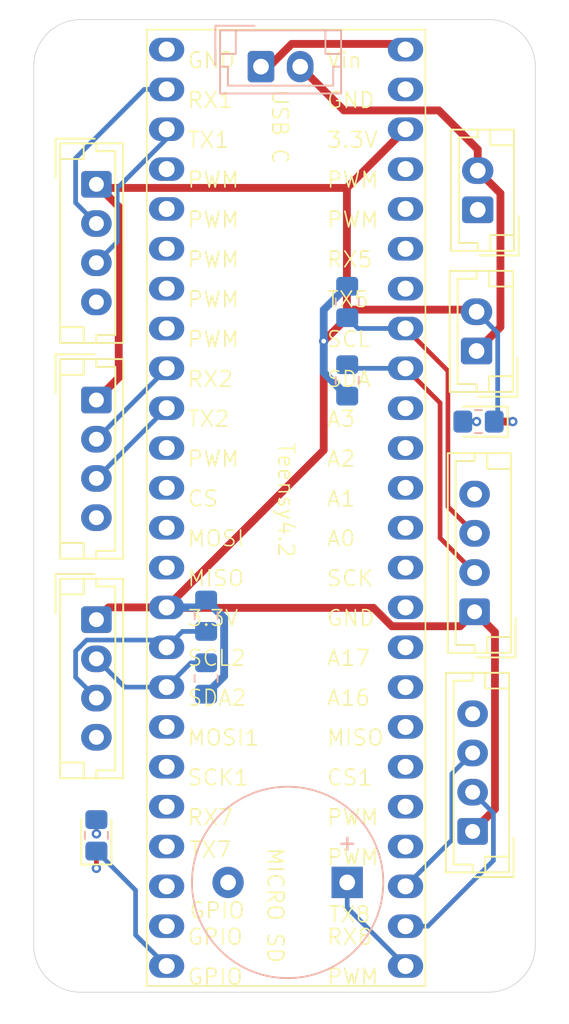
<source format=kicad_pcb>
(kicad_pcb (version 20240108) (generator "pcbnew") (generator_version "8.0")
  (layers (0 "F.Cu" signal) (1 "In1.Cu" signal) (2 "In2.Cu" signal) (31 "B.Cu" signal) (34 "B.Paste" user) (35 "F.Paste" user) (36 "B.SilkS" user "B.Silkscreen") (37 "F.SilkS" user "F.Silkscreen") (38 "B.Mask" user) (39 "F.Mask" user) (44 "Edge.Cuts" user))
  (net 0 "")
  (net 1 "/SCL0")
  (net 2 "GND")
  (net 3 "/SDA0")
  (net 4 "+3.3V")
  (net 5 "/SDA2")
  (net 6 "/SCL2")
  (net 7 "/TX1")
  (net 8 "/RX1")
  (net 9 "/TX2")
  (net 10 "/RX2")
  (net 11 "Net-(J3-Pin_2)")
  (net 12 "/RX7")
  (net 13 "/TX7")
  (net 14 "/TX8")
  (net 15 "/RX8")
  (net 16 "/MOSI1")
  (net 17 "/MISO1")
  (net 18 "/SCK1")
  (net 19 "/CS1")
  (net 20 "/MOSI0")
  (net 21 "Net-(D1-A)")
  (net 22 "/MISO0")
  (net 23 "+5V")
  (net 24 "Net-(D2-A)")
  (net 25 "Net-(BZ1-+)")
  (net 26 "/CS0")
  (net 42 "Net-(R6-Pad2)")
  (net 46 "/RX5")
  (net 47 "/TX5")
  (footprint "Connector_JST:JST_EH_B4B-EH-A_1x04_P2.50mm_Vertical" (layer "F.Cu") (at 177 91.75 90)
    (property "Reference" "J8" (hide yes))
    (property "Value" "UART2")
    (fp_line (start 10.11 -1.71) (end -2.61 -1.71) (stroke (width 0.12)) (layer "F.SilkS"))
    (fp_line (start -2.61 -1.71) (end -2.61 2.31) (stroke (width 0.12)) (layer "F.SilkS"))
    (fp_line (start 9.61 -1.21) (end 9.61 0) (stroke (width 0.12)) (layer "F.SilkS"))
    (fp_line (start -2.11 -1.21) (end 9.61 -1.21) (stroke (width 0.12)) (layer "F.SilkS"))
    (fp_line (start 9.61 0) (end 10.110001 0) (stroke (width 0.12)) (layer "F.SilkS"))
    (fp_line (start -2.11 0) (end -2.11 -1.21) (stroke (width 0.12)) (layer "F.SilkS"))
    (fp_line (start -2.61 0) (end -2.11 0) (stroke (width 0.12)) (layer "F.SilkS"))
    (fp_line (start -2.91 0.11) (end -2.91 2.61) (stroke (width 0.12)) (layer "F.SilkS"))
    (fp_line (start 10.11 0.81) (end 9.11 0.81) (stroke (width 0.12)) (layer "F.SilkS"))
    (fp_line (start 9.11 0.81) (end 9.11 2.31) (stroke (width 0.12)) (layer "F.SilkS"))
    (fp_line (start -1.609999 0.81) (end -1.61 2.31) (stroke (width 0.12)) (layer "F.SilkS"))
    (fp_line (start -2.61 0.81) (end -1.609999 0.81) (stroke (width 0.12)) (layer "F.SilkS"))
    (fp_line (start 10.11 2.31) (end 10.11 -1.71) (stroke (width 0.12)) (layer "F.SilkS"))
    (fp_line (start -2.61 2.31) (end 10.11 2.31) (stroke (width 0.12)) (layer "F.SilkS"))
    (fp_line (start -2.91 2.61) (end -0.41 2.61) (stroke (width 0.12)) (layer "F.SilkS"))
    (pad "1" thru_hole roundrect (at 0 0 90) (size 1.7 1.95) (drill 0.95) (layers "*.Cu" "*.Mask") (roundrect_rratio 0.147059) (net 4 "+3.3V"))
    (pad "2" thru_hole oval (at 2.5 0 90) (size 1.7 1.95) (drill 0.95) (layers "*.Cu" "*.Mask") (net 15 "/RX8"))
    (pad "3" thru_hole oval (at 5 0 90) (size 1.7 1.95) (drill 0.95) (layers "*.Cu" "*.Mask") (net 14 "/TX8"))
    (pad "4" thru_hole oval (at 7.5 0 90) (size 1.7 1.95) (drill 0.95) (layers "*.Cu" "*.Mask") (net 2 "GND"))
  )
  (footprint "Connector_JST:JST_EH_B4B-EH-A_1x04_P2.50mm_Vertical" (layer "F.Cu") (at 177.125 77.75 90)
    (property "Reference" "J1" (hide yes))
    (property "Value" "I2C0")
    (fp_line (start 10.11 -1.71) (end -2.61 -1.71) (stroke (width 0.12)) (layer "F.SilkS"))
    (fp_line (start -2.61 -1.71) (end -2.61 2.31) (stroke (width 0.12)) (layer "F.SilkS"))
    (fp_line (start 9.61 -1.21) (end 9.61 0) (stroke (width 0.12)) (layer "F.SilkS"))
    (fp_line (start -2.11 -1.21) (end 9.61 -1.21) (stroke (width 0.12)) (layer "F.SilkS"))
    (fp_line (start 9.61 0) (end 10.110001 0) (stroke (width 0.12)) (layer "F.SilkS"))
    (fp_line (start -2.11 0) (end -2.11 -1.21) (stroke (width 0.12)) (layer "F.SilkS"))
    (fp_line (start -2.61 0) (end -2.11 0) (stroke (width 0.12)) (layer "F.SilkS"))
    (fp_line (start -2.91 0.11) (end -2.91 2.61) (stroke (width 0.12)) (layer "F.SilkS"))
    (fp_line (start 10.11 0.81) (end 9.11 0.81) (stroke (width 0.12)) (layer "F.SilkS"))
    (fp_line (start 9.11 0.81) (end 9.11 2.31) (stroke (width 0.12)) (layer "F.SilkS"))
    (fp_line (start -1.609999 0.81) (end -1.61 2.31) (stroke (width 0.12)) (layer "F.SilkS"))
    (fp_line (start -2.61 0.81) (end -1.609999 0.81) (stroke (width 0.12)) (layer "F.SilkS"))
    (fp_line (start 10.11 2.31) (end 10.11 -1.71) (stroke (width 0.12)) (layer "F.SilkS"))
    (fp_line (start -2.61 2.31) (end 10.11 2.31) (stroke (width 0.12)) (layer "F.SilkS"))
    (fp_line (start -2.91 2.61) (end -0.41 2.61) (stroke (width 0.12)) (layer "F.SilkS"))
    (pad "1" thru_hole roundrect (at 0 0 90) (size 1.7 1.95) (drill 0.95) (layers "*.Cu" "*.Mask") (roundrect_rratio 0.147059) (net 4 "+3.3V"))
    (pad "2" thru_hole oval (at 2.5 0 90) (size 1.7 1.95) (drill 0.95) (layers "*.Cu" "*.Mask") (net 3 "/SDA0"))
    (pad "3" thru_hole oval (at 5 0 90) (size 1.7 1.95) (drill 0.95) (layers "*.Cu" "*.Mask") (net 1 "/SCL0"))
    (pad "4" thru_hole oval (at 7.5 0 90) (size 1.7 1.95) (drill 0.95) (layers "*.Cu" "*.Mask") (net 2 "GND"))
  )
  (footprint "Connector_JST:JST_EH_B2B-EH-A_1x02_P2.50mm_Vertical" (layer "F.Cu") (at 177.325 52.125 90)
    (property "Reference" "J4" (hide yes))
    (property "Value" "Switch")
    (fp_line (start 5.11 -1.71) (end -2.61 -1.71) (stroke (width 0.12)) (layer "F.SilkS"))
    (fp_line (start -2.61 -1.71) (end -2.61 2.31) (stroke (width 0.12)) (layer "F.SilkS"))
    (fp_line (start 4.61 -1.21) (end 4.61 0) (stroke (width 0.12)) (layer "F.SilkS"))
    (fp_line (start -2.11 -1.21) (end 4.61 -1.21) (stroke (width 0.12)) (layer "F.SilkS"))
    (fp_line (start 4.61 0) (end 5.11 0) (stroke (width 0.12)) (layer "F.SilkS"))
    (fp_line (start -2.11 0) (end -2.11 -1.21) (stroke (width 0.12)) (layer "F.SilkS"))
    (fp_line (start -2.61 0) (end -2.11 0) (stroke (width 0.12)) (layer "F.SilkS"))
    (fp_line (start -2.91 0.11) (end -2.91 2.61) (stroke (width 0.12)) (layer "F.SilkS"))
    (fp_line (start 5.11 0.81) (end 4.109999 0.81) (stroke (width 0.12)) (layer "F.SilkS"))
    (fp_line (start 4.109999 0.81) (end 4.11 2.31) (stroke (width 0.12)) (layer "F.SilkS"))
    (fp_line (start -1.609999 0.81) (end -1.61 2.31) (stroke (width 0.12)) (layer "F.SilkS"))
    (fp_line (start -2.61 0.81) (end -1.609999 0.81) (stroke (width 0.12)) (layer "F.SilkS"))
    (fp_line (start 5.11 2.31) (end 5.11 -1.71) (stroke (width 0.12)) (layer "F.SilkS"))
    (fp_line (start -2.61 2.31) (end 5.11 2.31) (stroke (width 0.12)) (layer "F.SilkS"))
    (fp_line (start -2.91 2.61) (end -0.41 2.61) (stroke (width 0.12)) (layer "F.SilkS"))
    (pad "1" thru_hole roundrect (at 0 0 90) (size 1.7 2) (drill 1) (layers "*.Cu" "*.Mask") (roundrect_rratio 0.147059) (net 2 "GND"))
    (pad "2" thru_hole oval (at 2.5 0 90) (size 1.7 2) (drill 1) (layers "*.Cu" "*.Mask") (net 11 "Net-(J3-Pin_2)"))
  )
  (footprint "MountingHole:MountingHole_3.2mm_M3" (layer "F.Cu") (at 178 43)
    (property "Reference" "H3" (hide yes))
    (property "Value" "MountingHole")
    (pad "" np_thru_hole circle (at 0 0) (size 3.2 3.2) (drill 3.2) (layers "*.Cu" "*.Mask"))
  )
  (footprint "Connector_JST:JST_EH_B2B-EH-A_1x02_P2.50mm_Vertical" (layer "F.Cu") (at 177.25 61.125 90)
    (property "Reference" "J5" (hide yes))
    (property "Value" "3v")
    (fp_line (start 5.11 -1.71) (end -2.61 -1.71) (stroke (width 0.12)) (layer "F.SilkS"))
    (fp_line (start -2.61 -1.71) (end -2.61 2.31) (stroke (width 0.12)) (layer "F.SilkS"))
    (fp_line (start 4.61 -1.21) (end 4.61 0) (stroke (width 0.12)) (layer "F.SilkS"))
    (fp_line (start -2.11 -1.21) (end 4.61 -1.21) (stroke (width 0.12)) (layer "F.SilkS"))
    (fp_line (start 4.61 0) (end 5.11 0) (stroke (width 0.12)) (layer "F.SilkS"))
    (fp_line (start -2.11 0) (end -2.11 -1.21) (stroke (width 0.12)) (layer "F.SilkS"))
    (fp_line (start -2.61 0) (end -2.11 0) (stroke (width 0.12)) (layer "F.SilkS"))
    (fp_line (start -2.91 0.11) (end -2.91 2.61) (stroke (width 0.12)) (layer "F.SilkS"))
    (fp_line (start 5.11 0.81) (end 4.109999 0.81) (stroke (width 0.12)) (layer "F.SilkS"))
    (fp_line (start 4.109999 0.81) (end 4.11 2.31) (stroke (width 0.12)) (layer "F.SilkS"))
    (fp_line (start -1.609999 0.81) (end -1.61 2.31) (stroke (width 0.12)) (layer "F.SilkS"))
    (fp_line (start -2.61 0.81) (end -1.609999 0.81) (stroke (width 0.12)) (layer "F.SilkS"))
    (fp_line (start 5.11 2.31) (end 5.11 -1.71) (stroke (width 0.12)) (layer "F.SilkS"))
    (fp_line (start -2.61 2.31) (end 5.11 2.31) (stroke (width 0.12)) (layer "F.SilkS"))
    (fp_line (start -2.91 2.61) (end -0.41 2.61) (stroke (width 0.12)) (layer "F.SilkS"))
    (pad "1" thru_hole roundrect (at 0 0 90) (size 1.7 2) (drill 1) (layers "*.Cu" "*.Mask") (roundrect_rratio 0.147059) (net 11 "Net-(J3-Pin_2)"))
    (pad "2" thru_hole oval (at 2.5 0 90) (size 1.7 2) (drill 1) (layers "*.Cu" "*.Mask") (net 4 "+3.3V"))
  )
  (footprint "Connector_JST:JST_EH_B4B-EH-A_1x04_P2.50mm_Vertical" (layer "F.Cu") (at 153 50.5 -90)
    (property "Reference" "J6" (hide yes))
    (property "Value" "UART1")
    (fp_line (start -2.91 2.61) (end -0.41 2.61) (stroke (width 0.12)) (layer "F.SilkS"))
    (fp_line (start -2.61 2.31) (end 10.11 2.31) (stroke (width 0.12)) (layer "F.SilkS"))
    (fp_line (start 10.11 2.31) (end 10.11 -1.71) (stroke (width 0.12)) (layer "F.SilkS"))
    (fp_line (start -2.61 0.81) (end -1.609999 0.81) (stroke (width 0.12)) (layer "F.SilkS"))
    (fp_line (start -1.609999 0.81) (end -1.61 2.31) (stroke (width 0.12)) (layer "F.SilkS"))
    (fp_line (start 9.11 0.81) (end 9.11 2.31) (stroke (width 0.12)) (layer "F.SilkS"))
    (fp_line (start 10.11 0.81) (end 9.11 0.81) (stroke (width 0.12)) (layer "F.SilkS"))
    (fp_line (start -2.91 0.11) (end -2.91 2.61) (stroke (width 0.12)) (layer "F.SilkS"))
    (fp_line (start -2.61 0) (end -2.11 0) (stroke (width 0.12)) (layer "F.SilkS"))
    (fp_line (start -2.11 0) (end -2.11 -1.21) (stroke (width 0.12)) (layer "F.SilkS"))
    (fp_line (start 9.61 0) (end 10.110001 0) (stroke (width 0.12)) (layer "F.SilkS"))
    (fp_line (start -2.11 -1.21) (end 9.61 -1.21) (stroke (width 0.12)) (layer "F.SilkS"))
    (fp_line (start 9.61 -1.21) (end 9.61 0) (stroke (width 0.12)) (layer "F.SilkS"))
    (fp_line (start -2.61 -1.71) (end -2.61 2.31) (stroke (width 0.12)) (layer "F.SilkS"))
    (fp_line (start 10.11 -1.71) (end -2.61 -1.71) (stroke (width 0.12)) (layer "F.SilkS"))
    (pad "1" thru_hole roundrect (at 0 0 270) (size 1.7 1.95) (drill 0.95) (layers "*.Cu" "*.Mask") (roundrect_rratio 0.147059) (net 4 "+3.3V"))
    (pad "2" thru_hole oval (at 2.5 0 270) (size 1.7 1.95) (drill 0.95) (layers "*.Cu" "*.Mask") (net 8 "/RX1"))
    (pad "3" thru_hole oval (at 5 0 270) (size 1.7 1.95) (drill 0.95) (layers "*.Cu" "*.Mask") (net 7 "/TX1"))
    (pad "4" thru_hole oval (at 7.5 0 270) (size 1.7 1.95) (drill 0.95) (layers "*.Cu" "*.Mask") (net 2 "GND"))
  )
  (footprint "Connector_JST:JST_EH_B4B-EH-A_1x04_P2.50mm_Vertical" (layer "F.Cu") (at 153 78.25 -90)
    (property "Reference" "J2" (hide yes))
    (property "Value" "I2C2")
    (fp_line (start -2.91 2.61) (end -0.41 2.61) (stroke (width 0.12)) (layer "F.SilkS"))
    (fp_line (start -2.61 2.31) (end 10.11 2.31) (stroke (width 0.12)) (layer "F.SilkS"))
    (fp_line (start 10.11 2.31) (end 10.11 -1.71) (stroke (width 0.12)) (layer "F.SilkS"))
    (fp_line (start -2.61 0.81) (end -1.609999 0.81) (stroke (width 0.12)) (layer "F.SilkS"))
    (fp_line (start -1.609999 0.81) (end -1.61 2.31) (stroke (width 0.12)) (layer "F.SilkS"))
    (fp_line (start 9.11 0.81) (end 9.11 2.31) (stroke (width 0.12)) (layer "F.SilkS"))
    (fp_line (start 10.11 0.81) (end 9.11 0.81) (stroke (width 0.12)) (layer "F.SilkS"))
    (fp_line (start -2.91 0.11) (end -2.91 2.61) (stroke (width 0.12)) (layer "F.SilkS"))
    (fp_line (start -2.61 0) (end -2.11 0) (stroke (width 0.12)) (layer "F.SilkS"))
    (fp_line (start -2.11 0) (end -2.11 -1.21) (stroke (width 0.12)) (layer "F.SilkS"))
    (fp_line (start 9.61 0) (end 10.110001 0) (stroke (width 0.12)) (layer "F.SilkS"))
    (fp_line (start -2.11 -1.21) (end 9.61 -1.21) (stroke (width 0.12)) (layer "F.SilkS"))
    (fp_line (start 9.61 -1.21) (end 9.61 0) (stroke (width 0.12)) (layer "F.SilkS"))
    (fp_line (start -2.61 -1.71) (end -2.61 2.31) (stroke (width 0.12)) (layer "F.SilkS"))
    (fp_line (start 10.11 -1.71) (end -2.61 -1.71) (stroke (width 0.12)) (layer "F.SilkS"))
    (pad "1" thru_hole roundrect (at 0 0 270) (size 1.7 1.95) (drill 0.95) (layers "*.Cu" "*.Mask") (roundrect_rratio 0.147059) (net 4 "+3.3V"))
    (pad "2" thru_hole oval (at 2.5 0 270) (size 1.7 1.95) (drill 0.95) (layers "*.Cu" "*.Mask") (net 5 "/SDA2"))
    (pad "3" thru_hole oval (at 5 0 270) (size 1.7 1.95) (drill 0.95) (layers "*.Cu" "*.Mask") (net 6 "/SCL2"))
    (pad "4" thru_hole oval (at 7.5 0 270) (size 1.7 1.95) (drill 0.95) (layers "*.Cu" "*.Mask") (net 2 "GND"))
  )
  (footprint "MountingHole:MountingHole_3.2mm_M3" (layer "F.Cu") (at 152 43)
    (property "Reference" "H4" (hide yes))
    (property "Value" "MountingHole")
    (pad "" np_thru_hole circle (at 0 0) (size 3.2 3.2) (drill 3.2) (layers "*.Cu" "*.Mask"))
  )
  (footprint "Connector_JST:JST_EH_B4B-EH-A_1x04_P2.50mm_Vertical" (layer "F.Cu") (at 153 64.25 -90)
    (property "Reference" "J7" (hide yes))
    (property "Value" "UART2")
    (fp_line (start -2.91 2.61) (end -0.41 2.61) (stroke (width 0.12)) (layer "F.SilkS"))
    (fp_line (start -2.61 2.31) (end 10.11 2.31) (stroke (width 0.12)) (layer "F.SilkS"))
    (fp_line (start 10.11 2.31) (end 10.11 -1.71) (stroke (width 0.12)) (layer "F.SilkS"))
    (fp_line (start -2.61 0.81) (end -1.609999 0.81) (stroke (width 0.12)) (layer "F.SilkS"))
    (fp_line (start -1.609999 0.81) (end -1.61 2.31) (stroke (width 0.12)) (layer "F.SilkS"))
    (fp_line (start 9.11 0.81) (end 9.11 2.31) (stroke (width 0.12)) (layer "F.SilkS"))
    (fp_line (start 10.11 0.81) (end 9.11 0.81) (stroke (width 0.12)) (layer "F.SilkS"))
    (fp_line (start -2.91 0.11) (end -2.91 2.61) (stroke (width 0.12)) (layer "F.SilkS"))
    (fp_line (start -2.61 0) (end -2.11 0) (stroke (width 0.12)) (layer "F.SilkS"))
    (fp_line (start -2.11 0) (end -2.11 -1.21) (stroke (width 0.12)) (layer "F.SilkS"))
    (fp_line (start 9.61 0) (end 10.110001 0) (stroke (width 0.12)) (layer "F.SilkS"))
    (fp_line (start -2.11 -1.21) (end 9.61 -1.21) (stroke (width 0.12)) (layer "F.SilkS"))
    (fp_line (start 9.61 -1.21) (end 9.61 0) (stroke (width 0.12)) (layer "F.SilkS"))
    (fp_line (start -2.61 -1.71) (end -2.61 2.31) (stroke (width 0.12)) (layer "F.SilkS"))
    (fp_line (start 10.11 -1.71) (end -2.61 -1.71) (stroke (width 0.12)) (layer "F.SilkS"))
    (pad "1" thru_hole roundrect (at 0 0 270) (size 1.7 1.95) (drill 0.95) (layers "*.Cu" "*.Mask") (roundrect_rratio 0.147059) (net 4 "+3.3V"))
    (pad "2" thru_hole oval (at 2.5 0 270) (size 1.7 1.95) (drill 0.95) (layers "*.Cu" "*.Mask") (net 10 "/RX2"))
    (pad "3" thru_hole oval (at 5 0 270) (size 1.7 1.95) (drill 0.95) (layers "*.Cu" "*.Mask") (net 9 "/TX2"))
    (pad "4" thru_hole oval (at 7.5 0 270) (size 1.7 1.95) (drill 0.95) (layers "*.Cu" "*.Mask") (net 2 "GND"))
  )
  (footprint "MountingHole:MountingHole_3.2mm_M3" (layer "F.Cu") (at 152 99)
    (property "Reference" "H1" (hide yes))
    (property "Value" "MountingHole")
    (pad "" np_thru_hole circle (at 0 0) (size 3.2 3.2) (drill 3.2) (layers "*.Cu" "*.Mask"))
  )
  (footprint "LED_SMD:LED_0805_2012Metric_Pad1.15x1.40mm_HandSolder" (layer "F.Cu") (at 153 92 90)
    (property "Reference" "D2" (hide yes))
    (property "Value" "LED")
    (fp_line (start 1 -0.96) (end -1.86 -0.96) (stroke (width 0.12)) (layer "F.SilkS"))
    (fp_line (start -1.86 -0.96) (end -1.86 0.96) (stroke (width 0.12)) (layer "F.SilkS"))
    (fp_line (start -1.86 0.96) (end 1 0.96) (stroke (width 0.12)) (layer "F.SilkS"))
    (pad "1" smd roundrect (at -1.024999 0 90) (size 1.15 1.4) (layers "F.Cu" "F.Paste" "F.Mask") (roundrect_rratio 0.217391) (net 2 "GND"))
    (pad "2" smd roundrect (at 1.024999 0 90) (size 1.15 1.4) (layers "F.Cu" "F.Paste" "F.Mask") (roundrect_rratio 0.217391) (net 24 "Net-(D2-A)"))
  )
  (footprint "LED_SMD:LED_0805_2012Metric_Pad1.15x1.40mm_HandSolder" (layer "F.Cu") (at 177.375 65.625 180)
    (property "Reference" "D1" (hide yes))
    (property "Value" "LED")
    (fp_line (start 1 -0.96) (end -1.86 -0.96) (stroke (width 0.12)) (layer "F.SilkS"))
    (fp_line (start -1.86 0.96) (end 1 0.96) (stroke (width 0.12)) (layer "F.SilkS"))
    (fp_line (start -1.86 -0.96) (end -1.86 0.96) (stroke (width 0.12)) (layer "F.SilkS"))
    (pad "1" smd roundrect (at -1.024999 0 180) (size 1.15 1.4) (layers "F.Cu" "F.Paste" "F.Mask") (roundrect_rratio 0.217391) (net 2 "GND"))
    (pad "2" smd roundrect (at 1.024999 0 180) (size 1.15 1.4) (layers "F.Cu" "F.Paste" "F.Mask") (roundrect_rratio 0.217391) (net 21 "Net-(D1-A)"))
  )
  (footprint "Breakout Boards:Teensy_4.1" (layer "F.Cu") (at 165.1 71.12)
    (property "Reference" "Teensy4.2" (at 0 -0.5 -90) (layer "F.SilkS") (effects (font (thickness 0.1))))
    (property "Value" "~")
    (fp_line (start -8.89 -1.27) (end -8.89 -30.48) (stroke (width 0.1)) (layer "F.SilkS"))
    (fp_line (start -8.89 -1.27) (end -8.89 0) (stroke (width 0.1)) (layer "F.SilkS"))
    (fp_line (start -8.89 0) (end -8.89 30.48) (stroke (width 0.1)) (layer "F.SilkS"))
    (fp_line (start -8.89 30.48) (end 8.89 30.48) (stroke (width 0.1)) (layer "F.SilkS"))
    (fp_line (start 8.89 -30.48) (end -8.89 -30.48) (stroke (width 0.1)) (layer "F.SilkS"))
    (fp_line (start 8.89 -30.48) (end 8.89 -2.54) (stroke (width 0.1)) (layer "F.SilkS"))
    (fp_line (start 8.89 30.48) (end 8.89 -2.54) (stroke (width 0.1)) (layer "F.SilkS"))
    (fp_text user "SCK1" (at -6.35 17.78 0) (layer "F.SilkS") (effects (font (thickness 0.1)) (justify left bottom)))
    (fp_text user "SDA" (at 2.54 -7.62 0) (layer "F.SilkS") (effects (font (thickness 0.1)) (justify left bottom)))
    (fp_text user "A1" (at 2.54 0 0) (layer "F.SilkS") (effects (font (thickness 0.1)) (justify left bottom)))
    (fp_text user "PWM" (at -6.35 -17.78 0) (layer "F.SilkS") (effects (font (thickness 0.1)) (justify left bottom)))
    (fp_text user "PWM" (at -6.35 -20.32 0) (layer "F.SilkS") (effects (font (thickness 0.1)) (justify left bottom)))
    (fp_text user "RX2" (at -6.35 -7.62 0) (layer "F.SilkS") (effects (font (thickness 0.1)) (justify left bottom)))
    (fp_text user "3.3V" (at 2.54 -22.86 0) (layer "F.SilkS") (effects (font (thickness 0.1)) (justify left bottom)))
    (fp_text user "TX8" (at 2.65 26.505 0) (layer "F.SilkS") (effects (font (thickness 0.1)) (justify left bottom)))
    (fp_text user "PWM" (at 2.54 30.48 0) (layer "F.SilkS") (effects (font (thickness 0.1)) (justify left bottom)))
    (fp_text user "TX1" (at -6.35 -22.86 0) (layer "F.SilkS") (effects (font (thickness 0.1)) (justify left bottom)))
    (fp_text user "MISO" (at 2.54 15.24 0) (layer "F.SilkS") (effects (font (thickness 0.1)) (justify left bottom)))
    (fp_text user "MISO" (at -6.35 5.08 0) (layer "F.SilkS") (effects (font (thickness 0.1)) (justify left bottom)))
    (fp_text user "RX5" (at 2.54 -15.24 0) (layer "F.SilkS") (effects (font (thickness 0.1)) (justify left bottom)))
    (fp_text user "CS" (at -6.35 0 0) (layer "F.SilkS") (effects (font (thickness 0.1)) (justify left bottom)))
    (fp_text user "3.3V" (at -6.35 7.62 0) (layer "F.SilkS") (effects (font (thickness 0.1)) (justify left bottom)))
    (fp_text user "GND" (at -6.35 -27.94 0) (layer "F.SilkS") (effects (font (thickness 0.1)) (justify left bottom)))
    (fp_text user "PWM" (at 2.54 22.86 0) (layer "F.SilkS") (effects (font (thickness 0.1)) (justify left bottom)))
    (fp_text user "GPIO" (at -6.35 27.94 0) (layer "F.SilkS") (effects (font (thickness 0.1)) (justify left bottom)))
    (fp_text user "SDA2" (at -6.35 12.7 0) (layer "F.SilkS") (effects (font (thickness 0.1)) (justify left bottom)))
    (fp_text user "TX7" (at -6.225 22.38 0) (layer "F.SilkS") (effects (font (thickness 0.1)) (justify left bottom)))
    (fp_text user "MOSI" (at -6.35 2.54 0) (layer "F.SilkS") (effects (font (thickness 0.1)) (justify left bottom)))
    (fp_text user "GPIO" (at -6.225 26.255 0) (layer "F.SilkS") (effects (font (thickness 0.1)) (justify left bottom)))
    (fp_text user "TX5" (at 2.54 -12.7 0) (layer "F.SilkS") (effects (font (thickness 0.1)) (justify left bottom)))
    (fp_text user "GPIO" (at -6.35 30.48 0) (layer "F.SilkS") (effects (font (thickness 0.1)) (justify left bottom)))
    (fp_text user "SCL2" (at -6.35 10.16 0) (layer "F.SilkS") (effects (font (thickness 0.1)) (justify left bottom)))
    (fp_text user "PWM" (at -6.35 -10.16 0) (layer "F.SilkS") (effects (font (thickness 0.1)) (justify left bottom)))
    (fp_text user "PWM" (at 2.54 -20.32 0) (layer "F.SilkS") (effects (font (thickness 0.1)) (justify left bottom)))
    (fp_text user "PWM" (at -6.35 -15.24 0) (layer "F.SilkS") (effects (font (thickness 0.1)) (justify left bottom)))
    (fp_text user "RX8" (at 2.54 27.94 0) (layer "F.SilkS") (effects (font (thickness 0.1)) (justify left bottom)))
    (fp_text user "MICRO SD" (at -1.27 21.59 -90) (layer "F.SilkS") (effects (font (thickness 0.1)) (justify left bottom)))
    (fp_text user "PWM" (at 2.54 -17.78 0) (layer "F.SilkS") (effects (font (thickness 0.1)) (justify left bottom)))
    (fp_text user "USB C" (at -0.975 -26.745 -90) (layer "F.SilkS") (effects (font (thickness 0.1)) (justify left bottom)))
    (fp_text user "RX7" (at -6.35 20.32 0) (layer "F.SilkS") (effects (font (thickness 0.1)) (justify left bottom)))
    (fp_text user "A0" (at 2.54 2.54 0) (layer "F.SilkS") (effects (font (thickness 0.1)) (justify left bottom)))
    (fp_text user "PWM" (at -6.35 -12.7 0) (layer "F.SilkS") (effects (font (thickness 0.1)) (justify left bottom)))
    (fp_text user "GND" (at 2.54 -25.4 0) (layer "F.SilkS") (effects (font (thickness 0.1)) (justify left bottom)))
    (fp_text user "GND" (at 2.54 7.62 0) (layer "F.SilkS") (effects (font (thickness 0.1)) (justify left bottom)))
    (fp_text user "SCL" (at 2.54 -10.16 0) (layer "F.SilkS") (effects (font (thickness 0.1)) (justify left bottom)))
    (fp_text user "A3" (at 2.54 -5.08 0) (layer "F.SilkS") (effects (font (thickness 0.1)) (justify left bottom)))
    (fp_text user "A16" (at 2.54 12.7 0) (layer "F.SilkS") (effects (font (thickness 0.1)) (justify left bottom)))
    (fp_text user "SCK" (at 2.54 5.08 0) (layer "F.SilkS") (effects (font (thickness 0.1)) (justify left bottom)))
    (fp_text user "TX2" (at -6.35 -5.08 0) (layer "F.SilkS") (effects (font (thickness 0.1)) (justify left bottom)))
    (fp_text user "Vin" (at 2.54 -27.94 0) (layer "F.SilkS") (effects (font (thickness 0.1)) (justify left bottom)))
    (fp_text user "CS1" (at 2.54 17.78 0) (layer "F.SilkS") (effects (font (thickness 0.1)) (justify left bottom)))
    (fp_text user "PWM" (at -6.35 -2.54 0) (layer "F.SilkS") (effects (font (thickness 0.1)) (justify left bottom)))
    (fp_text user "PWM" (at 2.54 20.32 0) (layer "F.SilkS") (effects (font (thickness 0.1)) (justify left bottom)))
    (fp_text user "A17" (at 2.54 10.16 0) (layer "F.SilkS") (effects (font (thickness 0.1)) (justify left bottom)))
    (fp_text user "MOSI1" (at -6.35 15.24 0) (layer "F.SilkS") (effects (font (thickness 0.1)) (justify left bottom)))
    (fp_text user "A2" (at 2.54 -2.54 0) (layer "F.SilkS") (effects (font (thickness 0.1)) (justify left bottom)))
    (fp_text user "RX1" (at -6.35 -25.4 0) (layer "F.SilkS") (effects (font (thickness 0.1)) (justify left bottom)))
    (pad "0" thru_hole oval (at -7.62 -29.21) (size 2.25 1.5) (drill 1.02) (layers "*.Cu" "*.Mask") (net 2 "GND"))
    (pad "1" thru_hole oval (at -7.62 -26.67) (size 2.25 1.5) (drill 1.02) (layers "*.Cu" "*.Mask") (net 8 "/RX1"))
    (pad "2" thru_hole oval (at -7.62 -24.13) (size 2.25 1.5) (drill 1.02) (layers "*.Cu" "*.Mask") (net 7 "/TX1"))
    (pad "3" thru_hole oval (at -7.62 -21.59) (size 2.25 1.5) (drill 1.02) (layers "*.Cu" "*.Mask"))
    (pad "4" thru_hole oval (at -7.62 -19.05) (size 2.25 1.5) (drill 1.02) (layers "*.Cu" "*.Mask"))
    (pad "5" thru_hole oval (at -7.62 -16.51) (size 2.25 1.5) (drill 1.02) (layers "*.Cu" "*.Mask"))
    (pad "6" thru_hole oval (at -7.62 -13.97) (size 2.25 1.5) (drill 1.02) (layers "*.Cu" "*.Mask"))
    (pad "7" thru_hole oval (at -7.62 -11.43) (size 2.25 1.5) (drill 1.02) (layers "*.Cu" "*.Mask"))
    (pad "8" thru_hole oval (at -7.62 -8.89) (size 2.25 1.5) (drill 1.02) (layers "*.Cu" "*.Mask") (net 10 "/RX2"))
    (pad "9" thru_hole oval (at -7.62 -6.35) (size 2.25 1.5) (drill 1.02) (layers "*.Cu" "*.Mask") (net 9 "/TX2"))
    (pad "10" thru_hole oval (at -7.62 -3.81) (size 2.25 1.5) (drill 1.02) (layers "*.Cu" "*.Mask"))
    (pad "11" thru_hole oval (at -7.62 -1.27) (size 2.25 1.5) (drill 1.02) (layers "*.Cu" "*.Mask") (net 26 "/CS0"))
    (pad "12" thru_hole oval (at -7.62 1.27) (size 2.25 1.5) (drill 1.02) (layers "*.Cu" "*.Mask") (net 20 "/MOSI0"))
    (pad "13" thru_hole oval (at -7.62 3.81) (size 2.25 1.5) (drill 1.02) (layers "*.Cu" "*.Mask") (net 22 "/MISO0"))
    (pad "14" thru_hole oval (at -7.62 6.35) (size 2.25 1.5) (drill 1.02) (layers "*.Cu" "*.Mask") (net 4 "+3.3V"))
    (pad "15" thru_hole oval (at -7.62 8.89) (size 2.25 1.5) (drill 1.02) (layers "*.Cu" "*.Mask") (net 6 "/SCL2"))
    (pad "16" thru_hole oval (at -7.62 11.43) (size 2.25 1.5) (drill 1.02) (layers "*.Cu" "*.Mask") (net 5 "/SDA2"))
    (pad "17" thru_hole oval (at -7.62 13.97) (size 2.25 1.5) (drill 1.02) (layers "*.Cu" "*.Mask") (net 16 "/MOSI1"))
    (pad "18" thru_hole oval (at -7.62 16.51) (size 2.25 1.5) (drill 1.02) (layers "*.Cu" "*.Mask") (net 18 "/SCK1"))
    (pad "19" thru_hole oval (at -7.62 19.05) (size 2.25 1.5) (drill 1.02) (layers "*.Cu" "*.Mask") (net 12 "/RX7"))
    (pad "20" thru_hole oval (at -7.62 21.59) (size 2.25 1.5) (drill 1.02) (layers "*.Cu" "*.Mask") (net 13 "/TX7"))
    (pad "21" thru_hole oval (at -7.62 24.13) (size 2.25 1.5) (drill 1.02) (layers "*.Cu" "*.Mask"))
    (pad "22" thru_hole oval (at -7.62 26.67) (size 2.25 1.5) (drill 1.02) (layers "*.Cu" "*.Mask"))
    (pad "23" thru_hole oval (at -7.62 29.21) (size 2.25 1.5) (drill 1.02) (layers "*.Cu" "*.Mask") (net 42 "Net-(R6-Pad2)"))
    (pad "24" thru_hole oval (at 7.62 29.21) (size 2.25 1.5) (drill 1.02) (layers "*.Cu" "*.Mask") (net 25 "Net-(BZ1-+)"))
    (pad "25" thru_hole oval (at 7.62 26.67) (size 2.25 1.5) (drill 1.02) (layers "*.Cu" "*.Mask") (net 15 "/RX8"))
    (pad "26" thru_hole oval (at 7.62 24.13) (size 2.25 1.5) (drill 1.02) (layers "*.Cu" "*.Mask") (net 14 "/TX8"))
    (pad "27" thru_hole oval (at 7.62 21.59) (size 2.25 1.5) (drill 1.02) (layers "*.Cu" "*.Mask"))
    (pad "28" thru_hole oval (at 7.62 19.05) (size 2.25 1.5) (drill 1.02) (layers "*.Cu" "*.Mask"))
    (pad "29" thru_hole oval (at 7.62 16.51) (size 2.25 1.5) (drill 1.02) (layers "*.Cu" "*.Mask") (net 19 "/CS1"))
    (pad "30" thru_hole oval (at 7.62 13.97) (size 2.25 1.5) (drill 1.02) (layers "*.Cu" "*.Mask") (net 17 "/MISO1"))
    (pad "31" thru_hole oval (at 7.62 11.43) (size 2.25 1.5) (drill 1.02) (layers "*.Cu" "*.Mask"))
    (pad "32" thru_hole oval (at 7.62 8.89) (size 2.25 1.5) (drill 1.02) (layers "*.Cu" "*.Mask"))
    (pad "33" thru_hole oval (at 7.62 6.35) (size 2.25 1.5) (drill 1.02) (layers "*.Cu" "*.Mask") (net 2 "GND"))
    (pad "34" thru_hole oval (at 7.62 3.81) (size 2.25 1.5) (drill 1.02) (layers "*.Cu" "*.Mask"))
    (pad "35" thru_hole oval (at 7.62 1.27) (size 2.25 1.5) (drill 1.02) (layers "*.Cu" "*.Mask"))
    (pad "36" thru_hole oval (at 7.62 -1.27) (size 2.25 1.5) (drill 1.02) (layers "*.Cu" "*.Mask"))
    (pad "37" thru_hole oval (at 7.62 -3.81) (size 2.25 1.5) (drill 1.02) (layers "*.Cu" "*.Mask"))
    (pad "38" thru_hole oval (at 7.62 -6.35) (size 2.25 1.5) (drill 1.02) (layers "*.Cu" "*.Mask"))
    (pad "39" thru_hole oval (at 7.62 -8.89) (size 2.25 1.5) (drill 1.02) (layers "*.Cu" "*.Mask") (net 3 "/SDA0"))
    (pad "40" thru_hole oval (at 7.62 -11.43) (size 2.25 1.5) (drill 1.02) (layers "*.Cu" "*.Mask") (net 1 "/SCL0"))
    (pad "41" thru_hole oval (at 7.62 -13.97) (size 2.25 1.5) (drill 1.02) (layers "*.Cu" "*.Mask") (net 46 "/RX5"))
    (pad "42" thru_hole oval (at 7.62 -16.51) (size 2.25 1.5) (drill 1.02) (layers "*.Cu" "*.Mask") (net 47 "/TX5"))
    (pad "43" thru_hole oval (at 7.62 -19.05) (size 2.25 1.5) (drill 1.02) (layers "*.Cu" "*.Mask"))
    (pad "44" thru_hole oval (at 7.62 -21.59) (size 2.25 1.5) (drill 1.02) (layers "*.Cu" "*.Mask"))
    (pad "45" thru_hole oval (at 7.62 -24.13) (size 2.25 1.5) (drill 1.02) (layers "*.Cu" "*.Mask") (net 4 "+3.3V"))
    (pad "46" thru_hole oval (at 7.62 -26.67) (size 2.25 1.5) (drill 1.02) (layers "*.Cu" "*.Mask") (net 2 "GND"))
    (pad "47" thru_hole oval (at 7.62 -29.21) (size 2.25 1.5) (drill 1.02) (layers "*.Cu" "*.Mask") (net 23 "+5V"))
  )
  (footprint "MountingHole:MountingHole_3.2mm_M3" (layer "F.Cu") (at 178 99)
    (property "Reference" "H2" (hide yes))
    (property "Value" "MountingHole")
    (pad "" np_thru_hole circle (at 0 0) (size 3.2 3.2) (drill 3.2) (layers "*.Cu" "*.Mask"))
  )
  (footprint "Connector_JST:JST_EH_B2B-EH-A_1x02_P2.50mm_Vertical" (layer "B.Cu") (at 163.5 43)
    (property "Reference" "J3" (hide yes))
    (property "Value" "5v")
    (fp_line (start -2.91 -2.61) (end -2.91 -0.11) (stroke (width 0.12)) (layer "B.SilkS"))
    (fp_line (start -2.61 -2.31) (end -2.61 1.71) (stroke (width 0.12)) (layer "B.SilkS"))
    (fp_line (start -2.61 1.71) (end 5.11 1.71) (stroke (width 0.12)) (layer "B.SilkS"))
    (fp_line (start -2.11 0) (end -2.61 0) (stroke (width 0.12)) (layer "B.SilkS"))
    (fp_line (start -2.11 1.21) (end -2.11 0) (stroke (width 0.12)) (layer "B.SilkS"))
    (fp_line (start -1.61 -2.31) (end -1.609999 -0.81) (stroke (width 0.12)) (layer "B.SilkS"))
    (fp_line (start -1.609999 -0.81) (end -2.61 -0.81) (stroke (width 0.12)) (layer "B.SilkS"))
    (fp_line (start -0.41 -2.61) (end -2.91 -2.61) (stroke (width 0.12)) (layer "B.SilkS"))
    (fp_line (start 4.109999 -0.81) (end 5.11 -0.81) (stroke (width 0.12)) (layer "B.SilkS"))
    (fp_line (start 4.11 -2.31) (end 4.109999 -0.81) (stroke (width 0.12)) (layer "B.SilkS"))
    (fp_line (start 4.61 0) (end 4.61 1.21) (stroke (width 0.12)) (layer "B.SilkS"))
    (fp_line (start 4.61 1.21) (end -2.11 1.21) (stroke (width 0.12)) (layer "B.SilkS"))
    (fp_line (start 5.11 -2.31) (end -2.61 -2.31) (stroke (width 0.12)) (layer "B.SilkS"))
    (fp_line (start 5.11 0) (end 4.61 0) (stroke (width 0.12)) (layer "B.SilkS"))
    (fp_line (start 5.11 1.71) (end 5.11 -2.31) (stroke (width 0.12)) (layer "B.SilkS"))
    (pad "1" thru_hole roundrect (at 0 0) (size 1.7 2) (drill 1) (layers "*.Cu" "*.Mask") (roundrect_rratio 0.147059) (net 23 "+5V"))
    (pad "2" thru_hole oval (at 2.5 0) (size 1.7 2) (drill 1) (layers "*.Cu" "*.Mask") (net 11 "Net-(J3-Pin_2)"))
  )
  (footprint "Resistor_SMD:R_0805_2012Metric_Pad1.20x1.40mm_HandSolder" (layer "B.Cu") (at 169 63 -90)
    (property "Reference" "R1" (hide yes))
    (property "Value" "5k1")
    (fp_line (start 0.227064 0.735) (end -0.227064 0.735) (stroke (width 0.12)) (layer "B.SilkS"))
    (fp_line (start 0.227064 -0.735) (end -0.227064 -0.735) (stroke (width 0.12)) (layer "B.SilkS"))
    (pad "1" smd roundrect (at -1 0 270) (size 1.2 1.4) (layers "B.Cu" "B.Paste" "B.Mask") (roundrect_rratio 0.208333) (net 3 "/SDA0"))
    (pad "2" smd roundrect (at 1 0 270) (size 1.2 1.4) (layers "B.Cu" "B.Paste" "B.Mask") (roundrect_rratio 0.208333) (net 4 "+3.3V"))
  )
  (footprint "Resistor_SMD:R_0805_2012Metric_Pad1.20x1.40mm_HandSolder" (layer "B.Cu") (at 169 58 -90)
    (property "Reference" "R2" (hide yes))
    (property "Value" "5k1")
    (fp_line (start 0.227064 0.735) (end -0.227064 0.735) (stroke (width 0.12)) (layer "B.SilkS"))
    (fp_line (start 0.227064 -0.735) (end -0.227064 -0.735) (stroke (width 0.12)) (layer "B.SilkS"))
    (pad "1" smd roundrect (at -1 0 270) (size 1.2 1.4) (layers "B.Cu" "B.Paste" "B.Mask") (roundrect_rratio 0.208333) (net 4 "+3.3V"))
    (pad "2" smd roundrect (at 1 0 270) (size 1.2 1.4) (layers "B.Cu" "B.Paste" "B.Mask") (roundrect_rratio 0.208333) (net 1 "/SCL0"))
  )
  (footprint "Buzzer_Beeper:Buzzer_12x9.5RM7.6" (layer "B.Cu") (at 169 95 180)
    (property "Reference" "BZ1" (hide yes))
    (property "Value" "Buzzer")
    (fp_circle (center 3.8 0) (end 9.9 0) (stroke (width 0.12)) (fill none) (layer "B.SilkS"))
    (fp_text user "+" (at -0.01 2.54 360) (layer "B.SilkS") (effects (justify mirror)))
    (pad "1" thru_hole rect (at 0 0 180) (size 2 2) (drill 1) (layers "*.Cu" "*.Mask") (net 25 "Net-(BZ1-+)"))
    (pad "2" thru_hole circle (at 7.600001 0 180) (size 2 2) (drill 1) (layers "*.Cu" "*.Mask") (net 2 "GND"))
  )
  (footprint "Resistor_SMD:R_0805_2012Metric_Pad1.20x1.40mm_HandSolder" (layer "B.Cu") (at 160 82 -90)
    (property "Reference" "R3" (hide yes))
    (property "Value" "5k1")
    (fp_line (start 0.227064 0.735) (end -0.227064 0.735) (stroke (width 0.12)) (layer "B.SilkS"))
    (fp_line (start 0.227064 -0.735) (end -0.227064 -0.735) (stroke (width 0.12)) (layer "B.SilkS"))
    (pad "1" smd roundrect (at -1 0 270) (size 1.2 1.4) (layers "B.Cu" "B.Paste" "B.Mask") (roundrect_rratio 0.208333) (net 5 "/SDA2"))
    (pad "2" smd roundrect (at 1 0 270) (size 1.2 1.4) (layers "B.Cu" "B.Paste" "B.Mask") (roundrect_rratio 0.208333) (net 4 "+3.3V"))
  )
  (footprint "Resistor_SMD:R_0805_2012Metric_Pad1.20x1.40mm_HandSolder" (layer "B.Cu") (at 160 78 -90)
    (property "Reference" "R4" (hide yes))
    (property "Value" "5k1")
    (fp_line (start 0.227064 0.735) (end -0.227064 0.735) (stroke (width 0.12)) (layer "B.SilkS"))
    (fp_line (start 0.227064 -0.735) (end -0.227064 -0.735) (stroke (width 0.12)) (layer "B.SilkS"))
    (pad "1" smd roundrect (at -1 0 270) (size 1.2 1.4) (layers "B.Cu" "B.Paste" "B.Mask") (roundrect_rratio 0.208333) (net 4 "+3.3V"))
    (pad "2" smd roundrect (at 1 0 270) (size 1.2 1.4) (layers "B.Cu" "B.Paste" "B.Mask") (roundrect_rratio 0.208333) (net 6 "/SCL2"))
  )
  (footprint "Resistor_SMD:R_0805_2012Metric_Pad1.20x1.40mm_HandSolder" (layer "B.Cu") (at 177.375 65.625 180)
    (property "Reference" "R5" (hide yes))
    (property "Value" "2k")
    (fp_line (start 0.227064 0.735) (end -0.227064 0.735) (stroke (width 0.12)) (layer "B.SilkS"))
    (fp_line (start 0.227064 -0.735) (end -0.227064 -0.735) (stroke (width 0.12)) (layer "B.SilkS"))
    (pad "1" smd roundrect (at -1 0 180) (size 1.2 1.4) (layers "B.Cu" "B.Paste" "B.Mask") (roundrect_rratio 0.208333) (net 4 "+3.3V"))
    (pad "2" smd roundrect (at 1 0 180) (size 1.2 1.4) (layers "B.Cu" "B.Paste" "B.Mask") (roundrect_rratio 0.208333) (net 21 "Net-(D1-A)"))
  )
  (footprint "Resistor_SMD:R_0805_2012Metric_Pad1.20x1.40mm_HandSolder" (layer "B.Cu") (at 153 92 -90)
    (property "Reference" "R6" (hide yes))
    (property "Value" "2k")
    (fp_line (start 0.227064 0.735) (end -0.227064 0.735) (stroke (width 0.12)) (layer "B.SilkS"))
    (fp_line (start 0.227064 -0.735) (end -0.227064 -0.735) (stroke (width 0.12)) (layer "B.SilkS"))
    (pad "1" smd roundrect (at -1 0 270) (size 1.2 1.4) (layers "B.Cu" "B.Paste" "B.Mask") (roundrect_rratio 0.208333) (net 24 "Net-(D2-A)"))
    (pad "2" smd roundrect (at 1 0 270) (size 1.2 1.4) (layers "B.Cu" "B.Paste" "B.Mask") (roundrect_rratio 0.208333) (net 42 "Net-(R6-Pad2)"))
  )
  (gr_arc (start 152 102) (mid 149.87868 101.12132) (end 149 99) (stroke (width 0.05)) (layer "Edge.Cuts"))
  (gr_arc (start 181 99) (mid 180.12132 101.12132) (end 178 102) (stroke (width 0.05)) (layer "Edge.Cuts"))
  (gr_line (start 181 43) (end 181 99) (stroke (width 0.05)) (layer "Edge.Cuts"))
  (gr_line (start 149 99) (end 149 43) (stroke (width 0.05)) (layer "Edge.Cuts"))
  (gr_line (start 178 40) (end 152 40) (stroke (width 0.05)) (layer "Edge.Cuts"))
  (gr_arc (start 149 43) (mid 149.87868 40.87868) (end 152 40) (stroke (width 0.05)) (layer "Edge.Cuts"))
  (gr_line (start 178 102) (end 152 102) (stroke (width 0.05)) (layer "Edge.Cuts"))
  (gr_arc (start 178 40) (mid 180.12132 40.87868) (end 181 43) (stroke (width 0.05)) (layer "Edge.Cuts"))
  (segment (start 175.425001 62.395001) (end 175.425001 71.050001) (width 0.3) (layer "F.Cu") (net 1))
  (segment (start 175.425001 71.050001) (end 177.125 72.75) (width 0.3) (layer "F.Cu") (net 1))
  (segment (start 172.72 59.69) (end 175.425001 62.395001) (width 0.3) (layer "F.Cu") (net 1))
  (segment (start 169.69 59.69) (end 169 59) (width 0.3) (layer "B.Cu") (net 1))
  (segment (start 172.72 59.69) (end 169.69 59.69) (width 0.3) (layer "B.Cu") (net 1))
  (segment (start 153 93.024999) (end 153 94.1) (width 0.3) (layer "F.Cu") (net 2))
  (segment (start 179.562499 65.625) (end 178.487498 65.625) (width 0.5) (layer "F.Cu") (net 2))
  (via (at 179.562499 65.625) (size 0.6) (drill 0.3) (layers "F.Cu" "B.Cu") (net 2))
  (via (at 153 94.1) (size 0.6) (drill 0.3) (layers "F.Cu" "B.Cu") (net 2))
  (segment (start 174.925001 64.435001) (end 174.925001 73.050001) (width 0.3) (layer "F.Cu") (net 3))
  (segment (start 174.925001 73.050001) (end 177.125 75.25) (width 0.3) (layer "F.Cu") (net 3))
  (segment (start 172.72 62.23) (end 174.925001 64.435001) (width 0.3) (layer "F.Cu") (net 3))
  (segment (start 172.72 62.23) (end 169.23 62.23) (width 0.3) (layer "B.Cu") (net 3))
  (segment (start 169.23 62.23) (end 169 62) (width 0.3) (layer "B.Cu") (net 3))
  (segment (start 153.78 77.47) (end 153 78.25) (width 0.5) (layer "F.Cu") (net 4))
  (segment (start 168.98 59.02) (end 167.5 60.5) (width 0.5) (layer "F.Cu") (net 4))
  (segment (start 153 50.5) (end 153.23 50.73) (width 0.5) (layer "F.Cu") (net 4))
  (segment (start 177.25 58.625) (end 177.115 58.49) (width 0.5) (layer "F.Cu") (net 4))
  (segment (start 176.205 78.67) (end 171.847944 78.67) (width 0.5) (layer "F.Cu") (net 4))
  (segment (start 157.51 77.5) (end 157.48 77.47) (width 0.5) (layer "F.Cu") (net 4))
  (segment (start 171.847944 78.67) (end 170.677944 77.5) (width 0.5) (layer "F.Cu") (net 4))
  (segment (start 167.5 67.45) (end 162.975 71.975) (width 0.5) (layer "F.Cu") (net 4))
  (segment (start 178.425 90.325) (end 178.425 79.05) (width 0.5) (layer "F.Cu") (net 4))
  (segment (start 162.25 50.73) (end 168.98 50.73) (width 0.5) (layer "F.Cu") (net 4))
  (segment (start 177.115 58.49) (end 168.99 58.49) (width 0.5) (layer "F.Cu") (net 4))
  (segment (start 168.98 58.5) (end 168.98 59.02) (width 0.5) (layer "F.Cu") (net 4))
  (segment (start 177.125 77.75) (end 176.205 78.67) (width 0.5) (layer "F.Cu") (net 4))
  (segment (start 168.98 50.73) (end 172.72 46.99) (width 0.5) (layer "F.Cu") (net 4))
  (segment (start 168.99 58.49) (end 168.98 58.5) (width 0.5) (layer "F.Cu") (net 4))
  (segment (start 154.425 62.825) (end 154.425 51.925) (width 0.5) (layer "F.Cu") (net 4))
  (segment (start 167.5 60.5) (end 167.5 67.45) (width 0.5) (layer "F.Cu") (net 4))
  (segment (start 168.98 50.73) (end 168.98 58.5) (width 0.5) (layer "F.Cu") (net 4))
  (segment (start 177 91.75) (end 178.425 90.325) (width 0.5) (layer "F.Cu") (net 4))
  (segment (start 154.425 51.925) (end 153 50.5) (width 0.5) (layer "F.Cu") (net 4))
  (segment (start 157.48 77.47) (end 153.78 77.47) (width 0.5) (layer "F.Cu") (net 4))
  (segment (start 178.425 79.05) (end 177.125 77.75) (width 0.5) (layer "F.Cu") (net 4))
  (segment (start 170.677944 77.5) (end 157.51 77.5) (width 0.5) (layer "F.Cu") (net 4))
  (segment (start 162.975 71.975) (end 157.48 77.47) (width 0.5) (layer "F.Cu") (net 4))
  (segment (start 153 64.25) (end 154.425 62.825) (width 0.5) (layer "F.Cu") (net 4))
  (segment (start 153.23 50.73) (end 162.25 50.73) (width 0.5) (layer "F.Cu") (net 4))
  (via (at 167.5 60.5) (size 0.6) (drill 0.3) (layers "F.Cu" "B.Cu") (net 4))
  (segment (start 161.15 78.15) (end 161.15 81.85) (width 0.5) (layer "B.Cu") (net 4))
  (segment (start 167.5 60.5) (end 167.5 58.5) (width 0.5) (layer "B.Cu") (net 4))
  (segment (start 178.6 65.275) (end 178.6 59.975) (width 0.3) (layer "B.Cu") (net 4))
  (segment (start 157.48 77.47) (end 159.53 77.47) (width 0.5) (layer "B.Cu") (net 4))
  (segment (start 160 77) (end 161.15 78.15) (width 0.5) (layer "B.Cu") (net 4))
  (segment (start 167.5 60.5) (end 167.5 62.5) (width 0.5) (layer "B.Cu") (net 4))
  (segment (start 167.5 58.5) (end 169 57) (width 0.5) (layer "B.Cu") (net 4))
  (segment (start 178.6 59.975) (end 177.25 58.625) (width 0.3) (layer "B.Cu") (net 4))
  (segment (start 161.15 81.85) (end 160 83) (width 0.5) (layer "B.Cu") (net 4))
  (segment (start 159.53 77.47) (end 160 77) (width 0.5) (layer "B.Cu") (net 4))
  (segment (start 167.5 62.5) (end 169 64) (width 0.5) (layer "B.Cu") (net 4))
  (segment (start 178.375 65.5) (end 178.6 65.275) (width 0.3) (layer "B.Cu") (net 4))
  (segment (start 178.375 65.625) (end 178.375 65.5) (width 0.3) (layer "B.Cu") (net 4))
  (segment (start 154.8 82.55) (end 153 80.75) (width 0.3) (layer "B.Cu") (net 5))
  (segment (start 157.48 82.55) (end 159.03 81) (width 0.3) (layer "B.Cu") (net 5))
  (segment (start 159.03 81) (end 160 81) (width 0.3) (layer "B.Cu") (net 5))
  (segment (start 157.48 82.55) (end 154.8 82.55) (width 0.3) (layer "B.Cu") (net 5))
  (segment (start 160 79) (end 158.49 79) (width 0.3) (layer "B.Cu") (net 6))
  (segment (start 151.675 80.252944) (end 151.675 81.925) (width 0.3) (layer "B.Cu") (net 6))
  (segment (start 157.02 79.55) (end 152.377944 79.55) (width 0.3) (layer "B.Cu") (net 6))
  (segment (start 151.675 81.925) (end 153 83.25) (width 0.3) (layer "B.Cu") (net 6))
  (segment (start 157.48 80.01) (end 157.02 79.55) (width 0.3) (layer "B.Cu") (net 6))
  (segment (start 158.49 79) (end 157.48 80.01) (width 0.3) (layer "B.Cu") (net 6))
  (segment (start 152.377944 79.55) (end 151.675 80.252944) (width 0.3) (layer "B.Cu") (net 6))
  (segment (start 154.325 50.754365) (end 154.325 54.175) (width 0.3) (layer "B.Cu") (net 7))
  (segment (start 157.48 47.599365) (end 154.325 50.754365) (width 0.3) (layer "B.Cu") (net 7))
  (segment (start 157.48 46.99) (end 157.48 47.599365) (width 0.3) (layer "B.Cu") (net 7))
  (segment (start 154.325 54.175) (end 153 55.5) (width 0.3) (layer "B.Cu") (net 7))
  (segment (start 151.675 51.675) (end 153 53) (width 0.3) (layer "B.Cu") (net 8))
  (segment (start 157.48 44.45) (end 156.055 44.45) (width 0.3) (layer "B.Cu") (net 8))
  (segment (start 151.675 48.83) (end 151.675 51.675) (width 0.3) (layer "B.Cu") (net 8))
  (segment (start 156.055 44.45) (end 151.675 48.83) (width 0.3) (layer "B.Cu") (net 8))
  (segment (start 157.48 64.77) (end 153 69.25) (width 0.3) (layer "B.Cu") (net 9))
  (segment (start 157.48 62.27) (end 153 66.75) (width 0.3) (layer "B.Cu") (net 10))
  (segment (start 157.48 62.23) (end 157.48 62.27) (width 0.3) (layer "B.Cu") (net 10))
  (segment (start 178.775 59.6) (end 178.775 51.075) (width 0.5) (layer "F.Cu") (net 11))
  (segment (start 178.775 51.075) (end 177.325 49.625) (width 0.5) (layer "F.Cu") (net 11))
  (segment (start 166 43) (end 168.79 45.79) (width 0.5) (layer "F.Cu") (net 11))
  (segment (start 174.84 45.79) (end 177.325 48.275) (width 0.5) (layer "F.Cu") (net 11))
  (segment (start 177.325 48.275) (end 177.325 49.625) (width 0.5) (layer "F.Cu") (net 11))
  (segment (start 168.79 45.79) (end 174.84 45.79) (width 0.5) (layer "F.Cu") (net 11))
  (segment (start 177.25 61.125) (end 178.775 59.6) (width 0.5) (layer "F.Cu") (net 11))
  (segment (start 175.675 92.295) (end 175.675 88.075) (width 0.3) (layer "B.Cu") (net 14))
  (segment (start 175.675 88.075) (end 177 86.75) (width 0.3) (layer "B.Cu") (net 14))
  (segment (start 172.72 95.25) (end 175.675 92.295) (width 0.3) (layer "B.Cu") (net 14))
  (segment (start 174.145 97.79) (end 178.325 93.61) (width 0.3) (layer "B.Cu") (net 15))
  (segment (start 178.325 93.61) (end 178.325 90.575) (width 0.3) (layer "B.Cu") (net 15))
  (segment (start 172.72 97.79) (end 174.145 97.79) (width 0.3) (layer "B.Cu") (net 15))
  (segment (start 178.325 90.575) (end 177 89.25) (width 0.3) (layer "B.Cu") (net 15))
  (segment (start 177.362498 65.625) (end 176.437499 65.625) (width 0.3) (layer "F.Cu") (net 21))
  (via (at 177.25 65.625) (size 0.6) (drill 0.3) (layers "F.Cu" "B.Cu") (net 21))
  (segment (start 176.462498 65.625) (end 177.362498 65.625) (width 0.3) (layer "B.Cu") (net 21))
  (segment (start 163.5 43) (end 164.011522 43) (width 0.5) (layer "F.Cu") (net 23))
  (segment (start 172.36 41.55) (end 172.72 41.91) (width 0.5) (layer "F.Cu") (net 23))
  (segment (start 165.461522 41.55) (end 172.36 41.55) (width 0.5) (layer "F.Cu") (net 23))
  (segment (start 172.96 41.67) (end 172.72 41.91) (width 0.508) (layer "F.Cu") (net 23))
  (segment (start 164.011522 43) (end 165.461522 41.55) (width 0.5) (layer "F.Cu") (net 23))
  (segment (start 153.002819 91.9) (end 153 91.897181) (width 0.2) (layer "F.Cu") (net 24))
  (segment (start 153 91.897181) (end 153 90.975001) (width 0.2) (layer "F.Cu") (net 24))
  (via (at 153.002819 91.9) (size 0.6) (drill 0.3) (layers "F.Cu" "B.Cu") (net 24))
  (segment (start 153 91.897181) (end 153 91) (width 0.2) (layer "B.Cu") (net 24))
  (segment (start 153.002819 91.9) (end 153 91.897181) (width 0.2) (layer "B.Cu") (net 24))
  (segment (start 169 96.61) (end 169 95) (width 0.3) (layer "B.Cu") (net 25))
  (segment (start 172.72 100.33) (end 169 96.61) (width 0.3) (layer "B.Cu") (net 25))
  (segment (start 155.5 95.5) (end 155.5 98.35) (width 0.3) (layer "B.Cu") (net 42))
  (segment (start 153 93) (end 155.5 95.5) (width 0.3) (layer "B.Cu") (net 42))
  (segment (start 155.5 98.35) (end 157.48 100.33) (width 0.3) (layer "B.Cu") (net 42))
)
</source>
